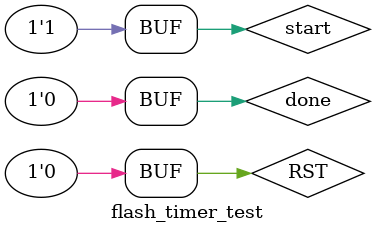
<source format=v>
`timescale 1ns / 1ps
module flash_timer_test;
	 
	wire CLK_50MHZ;
	clock clk(CLK_50MHZ);
	
	reg RST = 0;
	reg start = 0;
	wire done = 0;
	FlashTimer fl_t( CLK_50MHZ, RST,	start, done	);
	
	initial
	begin
		#4;
		RST = 1;
		#4;
		RST = 0;
		
		#4;
		start = 1;
	end

endmodule

</source>
